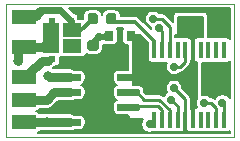
<source format=gbr>
G04 #@! TF.GenerationSoftware,KiCad,Pcbnew,(5.1.5)-2*
G04 #@! TF.CreationDate,2020-03-10T09:13:17+00:00*
G04 #@! TF.ProjectId,loco,6c6f636f-2e6b-4696-9361-645f70636258,rev?*
G04 #@! TF.SameCoordinates,Original*
G04 #@! TF.FileFunction,Copper,L1,Top*
G04 #@! TF.FilePolarity,Positive*
%FSLAX46Y46*%
G04 Gerber Fmt 4.6, Leading zero omitted, Abs format (unit mm)*
G04 Created by KiCad (PCBNEW (5.1.5)-2) date 2020-03-10 09:13:17*
%MOMM*%
%LPD*%
G04 APERTURE LIST*
%ADD10C,0.050000*%
%ADD11C,0.100000*%
%ADD12R,2.000000X1.200000*%
%ADD13R,0.800000X0.900000*%
%ADD14R,1.600000X1.170000*%
%ADD15R,1.600000X1.200000*%
%ADD16R,1.400000X2.520000*%
%ADD17R,0.560000X0.630000*%
%ADD18R,0.450000X1.450000*%
%ADD19C,0.800000*%
%ADD20C,0.700000*%
%ADD21C,0.250000*%
%ADD22C,0.300000*%
%ADD23C,0.800000*%
%ADD24C,0.500000*%
%ADD25C,0.600000*%
%ADD26C,0.200000*%
G04 APERTURE END LIST*
D10*
X114046000Y-90805000D02*
X114046000Y-79502000D01*
X133350000Y-90805000D02*
X114046000Y-90805000D01*
X133350000Y-79502000D02*
X133350000Y-90805000D01*
X114046000Y-79502000D02*
X133350000Y-79502000D01*
G04 #@! TA.AperFunction,SMDPad,CuDef*
D11*
G36*
X132609504Y-80660204D02*
G01*
X132633773Y-80663804D01*
X132657571Y-80669765D01*
X132680671Y-80678030D01*
X132702849Y-80688520D01*
X132723893Y-80701133D01*
X132743598Y-80715747D01*
X132761777Y-80732223D01*
X132778253Y-80750402D01*
X132792867Y-80770107D01*
X132805480Y-80791151D01*
X132815970Y-80813329D01*
X132824235Y-80836429D01*
X132830196Y-80860227D01*
X132833796Y-80884496D01*
X132835000Y-80909000D01*
X132835000Y-82159000D01*
X132833796Y-82183504D01*
X132830196Y-82207773D01*
X132824235Y-82231571D01*
X132815970Y-82254671D01*
X132805480Y-82276849D01*
X132792867Y-82297893D01*
X132778253Y-82317598D01*
X132761777Y-82335777D01*
X132743598Y-82352253D01*
X132723893Y-82366867D01*
X132702849Y-82379480D01*
X132680671Y-82389970D01*
X132657571Y-82398235D01*
X132633773Y-82404196D01*
X132609504Y-82407796D01*
X132585000Y-82409000D01*
X131835000Y-82409000D01*
X131810496Y-82407796D01*
X131786227Y-82404196D01*
X131762429Y-82398235D01*
X131739329Y-82389970D01*
X131717151Y-82379480D01*
X131696107Y-82366867D01*
X131676402Y-82352253D01*
X131658223Y-82335777D01*
X131641747Y-82317598D01*
X131627133Y-82297893D01*
X131614520Y-82276849D01*
X131604030Y-82254671D01*
X131595765Y-82231571D01*
X131589804Y-82207773D01*
X131586204Y-82183504D01*
X131585000Y-82159000D01*
X131585000Y-80909000D01*
X131586204Y-80884496D01*
X131589804Y-80860227D01*
X131595765Y-80836429D01*
X131604030Y-80813329D01*
X131614520Y-80791151D01*
X131627133Y-80770107D01*
X131641747Y-80750402D01*
X131658223Y-80732223D01*
X131676402Y-80715747D01*
X131696107Y-80701133D01*
X131717151Y-80688520D01*
X131739329Y-80678030D01*
X131762429Y-80669765D01*
X131786227Y-80663804D01*
X131810496Y-80660204D01*
X131835000Y-80659000D01*
X132585000Y-80659000D01*
X132609504Y-80660204D01*
G37*
G04 #@! TD.AperFunction*
G04 #@! TA.AperFunction,SMDPad,CuDef*
G36*
X129809504Y-80660204D02*
G01*
X129833773Y-80663804D01*
X129857571Y-80669765D01*
X129880671Y-80678030D01*
X129902849Y-80688520D01*
X129923893Y-80701133D01*
X129943598Y-80715747D01*
X129961777Y-80732223D01*
X129978253Y-80750402D01*
X129992867Y-80770107D01*
X130005480Y-80791151D01*
X130015970Y-80813329D01*
X130024235Y-80836429D01*
X130030196Y-80860227D01*
X130033796Y-80884496D01*
X130035000Y-80909000D01*
X130035000Y-82159000D01*
X130033796Y-82183504D01*
X130030196Y-82207773D01*
X130024235Y-82231571D01*
X130015970Y-82254671D01*
X130005480Y-82276849D01*
X129992867Y-82297893D01*
X129978253Y-82317598D01*
X129961777Y-82335777D01*
X129943598Y-82352253D01*
X129923893Y-82366867D01*
X129902849Y-82379480D01*
X129880671Y-82389970D01*
X129857571Y-82398235D01*
X129833773Y-82404196D01*
X129809504Y-82407796D01*
X129785000Y-82409000D01*
X129035000Y-82409000D01*
X129010496Y-82407796D01*
X128986227Y-82404196D01*
X128962429Y-82398235D01*
X128939329Y-82389970D01*
X128917151Y-82379480D01*
X128896107Y-82366867D01*
X128876402Y-82352253D01*
X128858223Y-82335777D01*
X128841747Y-82317598D01*
X128827133Y-82297893D01*
X128814520Y-82276849D01*
X128804030Y-82254671D01*
X128795765Y-82231571D01*
X128789804Y-82207773D01*
X128786204Y-82183504D01*
X128785000Y-82159000D01*
X128785000Y-80909000D01*
X128786204Y-80884496D01*
X128789804Y-80860227D01*
X128795765Y-80836429D01*
X128804030Y-80813329D01*
X128814520Y-80791151D01*
X128827133Y-80770107D01*
X128841747Y-80750402D01*
X128858223Y-80732223D01*
X128876402Y-80715747D01*
X128896107Y-80701133D01*
X128917151Y-80688520D01*
X128939329Y-80678030D01*
X128962429Y-80669765D01*
X128986227Y-80663804D01*
X129010496Y-80660204D01*
X129035000Y-80659000D01*
X129785000Y-80659000D01*
X129809504Y-80660204D01*
G37*
G04 #@! TD.AperFunction*
G04 #@! TA.AperFunction,SMDPad,CuDef*
G36*
X121689691Y-84171053D02*
G01*
X121710926Y-84174203D01*
X121731750Y-84179419D01*
X121751962Y-84186651D01*
X121771368Y-84195830D01*
X121789781Y-84206866D01*
X121807024Y-84219654D01*
X121822930Y-84234070D01*
X121837346Y-84249976D01*
X121850134Y-84267219D01*
X121861170Y-84285632D01*
X121870349Y-84305038D01*
X121877581Y-84325250D01*
X121882797Y-84346074D01*
X121885947Y-84367309D01*
X121887000Y-84388750D01*
X121887000Y-84826250D01*
X121885947Y-84847691D01*
X121882797Y-84868926D01*
X121877581Y-84889750D01*
X121870349Y-84909962D01*
X121861170Y-84929368D01*
X121850134Y-84947781D01*
X121837346Y-84965024D01*
X121822930Y-84980930D01*
X121807024Y-84995346D01*
X121789781Y-85008134D01*
X121771368Y-85019170D01*
X121751962Y-85028349D01*
X121731750Y-85035581D01*
X121710926Y-85040797D01*
X121689691Y-85043947D01*
X121668250Y-85045000D01*
X121155750Y-85045000D01*
X121134309Y-85043947D01*
X121113074Y-85040797D01*
X121092250Y-85035581D01*
X121072038Y-85028349D01*
X121052632Y-85019170D01*
X121034219Y-85008134D01*
X121016976Y-84995346D01*
X121001070Y-84980930D01*
X120986654Y-84965024D01*
X120973866Y-84947781D01*
X120962830Y-84929368D01*
X120953651Y-84909962D01*
X120946419Y-84889750D01*
X120941203Y-84868926D01*
X120938053Y-84847691D01*
X120937000Y-84826250D01*
X120937000Y-84388750D01*
X120938053Y-84367309D01*
X120941203Y-84346074D01*
X120946419Y-84325250D01*
X120953651Y-84305038D01*
X120962830Y-84285632D01*
X120973866Y-84267219D01*
X120986654Y-84249976D01*
X121001070Y-84234070D01*
X121016976Y-84219654D01*
X121034219Y-84206866D01*
X121052632Y-84195830D01*
X121072038Y-84186651D01*
X121092250Y-84179419D01*
X121113074Y-84174203D01*
X121134309Y-84171053D01*
X121155750Y-84170000D01*
X121668250Y-84170000D01*
X121689691Y-84171053D01*
G37*
G04 #@! TD.AperFunction*
G04 #@! TA.AperFunction,SMDPad,CuDef*
G36*
X121689691Y-82596053D02*
G01*
X121710926Y-82599203D01*
X121731750Y-82604419D01*
X121751962Y-82611651D01*
X121771368Y-82620830D01*
X121789781Y-82631866D01*
X121807024Y-82644654D01*
X121822930Y-82659070D01*
X121837346Y-82674976D01*
X121850134Y-82692219D01*
X121861170Y-82710632D01*
X121870349Y-82730038D01*
X121877581Y-82750250D01*
X121882797Y-82771074D01*
X121885947Y-82792309D01*
X121887000Y-82813750D01*
X121887000Y-83251250D01*
X121885947Y-83272691D01*
X121882797Y-83293926D01*
X121877581Y-83314750D01*
X121870349Y-83334962D01*
X121861170Y-83354368D01*
X121850134Y-83372781D01*
X121837346Y-83390024D01*
X121822930Y-83405930D01*
X121807024Y-83420346D01*
X121789781Y-83433134D01*
X121771368Y-83444170D01*
X121751962Y-83453349D01*
X121731750Y-83460581D01*
X121710926Y-83465797D01*
X121689691Y-83468947D01*
X121668250Y-83470000D01*
X121155750Y-83470000D01*
X121134309Y-83468947D01*
X121113074Y-83465797D01*
X121092250Y-83460581D01*
X121072038Y-83453349D01*
X121052632Y-83444170D01*
X121034219Y-83433134D01*
X121016976Y-83420346D01*
X121001070Y-83405930D01*
X120986654Y-83390024D01*
X120973866Y-83372781D01*
X120962830Y-83354368D01*
X120953651Y-83334962D01*
X120946419Y-83314750D01*
X120941203Y-83293926D01*
X120938053Y-83272691D01*
X120937000Y-83251250D01*
X120937000Y-82813750D01*
X120938053Y-82792309D01*
X120941203Y-82771074D01*
X120946419Y-82750250D01*
X120953651Y-82730038D01*
X120962830Y-82710632D01*
X120973866Y-82692219D01*
X120986654Y-82674976D01*
X121001070Y-82659070D01*
X121016976Y-82644654D01*
X121034219Y-82631866D01*
X121052632Y-82620830D01*
X121072038Y-82611651D01*
X121092250Y-82604419D01*
X121113074Y-82599203D01*
X121134309Y-82596053D01*
X121155750Y-82595000D01*
X121668250Y-82595000D01*
X121689691Y-82596053D01*
G37*
G04 #@! TD.AperFunction*
D12*
X115570000Y-83185000D03*
X115570000Y-85725000D03*
X115570000Y-80645000D03*
X115570000Y-87630000D03*
X115570000Y-89535000D03*
G04 #@! TA.AperFunction,SMDPad,CuDef*
D11*
G36*
X123201691Y-80298053D02*
G01*
X123222926Y-80301203D01*
X123243750Y-80306419D01*
X123263962Y-80313651D01*
X123283368Y-80322830D01*
X123301781Y-80333866D01*
X123319024Y-80346654D01*
X123334930Y-80361070D01*
X123349346Y-80376976D01*
X123362134Y-80394219D01*
X123373170Y-80412632D01*
X123382349Y-80432038D01*
X123389581Y-80452250D01*
X123394797Y-80473074D01*
X123397947Y-80494309D01*
X123399000Y-80515750D01*
X123399000Y-81028250D01*
X123397947Y-81049691D01*
X123394797Y-81070926D01*
X123389581Y-81091750D01*
X123382349Y-81111962D01*
X123373170Y-81131368D01*
X123362134Y-81149781D01*
X123349346Y-81167024D01*
X123334930Y-81182930D01*
X123319024Y-81197346D01*
X123301781Y-81210134D01*
X123283368Y-81221170D01*
X123263962Y-81230349D01*
X123243750Y-81237581D01*
X123222926Y-81242797D01*
X123201691Y-81245947D01*
X123180250Y-81247000D01*
X122742750Y-81247000D01*
X122721309Y-81245947D01*
X122700074Y-81242797D01*
X122679250Y-81237581D01*
X122659038Y-81230349D01*
X122639632Y-81221170D01*
X122621219Y-81210134D01*
X122603976Y-81197346D01*
X122588070Y-81182930D01*
X122573654Y-81167024D01*
X122560866Y-81149781D01*
X122549830Y-81131368D01*
X122540651Y-81111962D01*
X122533419Y-81091750D01*
X122528203Y-81070926D01*
X122525053Y-81049691D01*
X122524000Y-81028250D01*
X122524000Y-80515750D01*
X122525053Y-80494309D01*
X122528203Y-80473074D01*
X122533419Y-80452250D01*
X122540651Y-80432038D01*
X122549830Y-80412632D01*
X122560866Y-80394219D01*
X122573654Y-80376976D01*
X122588070Y-80361070D01*
X122603976Y-80346654D01*
X122621219Y-80333866D01*
X122639632Y-80322830D01*
X122659038Y-80313651D01*
X122679250Y-80306419D01*
X122700074Y-80301203D01*
X122721309Y-80298053D01*
X122742750Y-80297000D01*
X123180250Y-80297000D01*
X123201691Y-80298053D01*
G37*
G04 #@! TD.AperFunction*
G04 #@! TA.AperFunction,SMDPad,CuDef*
G36*
X121626691Y-80298053D02*
G01*
X121647926Y-80301203D01*
X121668750Y-80306419D01*
X121688962Y-80313651D01*
X121708368Y-80322830D01*
X121726781Y-80333866D01*
X121744024Y-80346654D01*
X121759930Y-80361070D01*
X121774346Y-80376976D01*
X121787134Y-80394219D01*
X121798170Y-80412632D01*
X121807349Y-80432038D01*
X121814581Y-80452250D01*
X121819797Y-80473074D01*
X121822947Y-80494309D01*
X121824000Y-80515750D01*
X121824000Y-81028250D01*
X121822947Y-81049691D01*
X121819797Y-81070926D01*
X121814581Y-81091750D01*
X121807349Y-81111962D01*
X121798170Y-81131368D01*
X121787134Y-81149781D01*
X121774346Y-81167024D01*
X121759930Y-81182930D01*
X121744024Y-81197346D01*
X121726781Y-81210134D01*
X121708368Y-81221170D01*
X121688962Y-81230349D01*
X121668750Y-81237581D01*
X121647926Y-81242797D01*
X121626691Y-81245947D01*
X121605250Y-81247000D01*
X121167750Y-81247000D01*
X121146309Y-81245947D01*
X121125074Y-81242797D01*
X121104250Y-81237581D01*
X121084038Y-81230349D01*
X121064632Y-81221170D01*
X121046219Y-81210134D01*
X121028976Y-81197346D01*
X121013070Y-81182930D01*
X120998654Y-81167024D01*
X120985866Y-81149781D01*
X120974830Y-81131368D01*
X120965651Y-81111962D01*
X120958419Y-81091750D01*
X120953203Y-81070926D01*
X120950053Y-81049691D01*
X120949000Y-81028250D01*
X120949000Y-80515750D01*
X120950053Y-80494309D01*
X120953203Y-80473074D01*
X120958419Y-80452250D01*
X120965651Y-80432038D01*
X120974830Y-80412632D01*
X120985866Y-80394219D01*
X120998654Y-80376976D01*
X121013070Y-80361070D01*
X121028976Y-80346654D01*
X121046219Y-80333866D01*
X121064632Y-80322830D01*
X121084038Y-80313651D01*
X121104250Y-80306419D01*
X121125074Y-80301203D01*
X121146309Y-80298053D01*
X121167750Y-80297000D01*
X121605250Y-80297000D01*
X121626691Y-80298053D01*
G37*
G04 #@! TD.AperFunction*
D13*
X123698000Y-84185000D03*
X122748000Y-82185000D03*
X124648000Y-82185000D03*
D14*
X119670000Y-83085000D03*
D15*
X119670000Y-81750000D03*
D16*
X117820000Y-82420000D03*
D17*
X117970000Y-80965000D03*
X119522500Y-80965000D03*
X117970000Y-84135000D03*
X119522500Y-84135000D03*
G04 #@! TA.AperFunction,SMDPad,CuDef*
D11*
G36*
X120284703Y-89235722D02*
G01*
X120299264Y-89237882D01*
X120313543Y-89241459D01*
X120327403Y-89246418D01*
X120340710Y-89252712D01*
X120353336Y-89260280D01*
X120365159Y-89269048D01*
X120376066Y-89278934D01*
X120385952Y-89289841D01*
X120394720Y-89301664D01*
X120402288Y-89314290D01*
X120408582Y-89327597D01*
X120413541Y-89341457D01*
X120417118Y-89355736D01*
X120419278Y-89370297D01*
X120420000Y-89385000D01*
X120420000Y-89685000D01*
X120419278Y-89699703D01*
X120417118Y-89714264D01*
X120413541Y-89728543D01*
X120408582Y-89742403D01*
X120402288Y-89755710D01*
X120394720Y-89768336D01*
X120385952Y-89780159D01*
X120376066Y-89791066D01*
X120365159Y-89800952D01*
X120353336Y-89809720D01*
X120340710Y-89817288D01*
X120327403Y-89823582D01*
X120313543Y-89828541D01*
X120299264Y-89832118D01*
X120284703Y-89834278D01*
X120270000Y-89835000D01*
X118620000Y-89835000D01*
X118605297Y-89834278D01*
X118590736Y-89832118D01*
X118576457Y-89828541D01*
X118562597Y-89823582D01*
X118549290Y-89817288D01*
X118536664Y-89809720D01*
X118524841Y-89800952D01*
X118513934Y-89791066D01*
X118504048Y-89780159D01*
X118495280Y-89768336D01*
X118487712Y-89755710D01*
X118481418Y-89742403D01*
X118476459Y-89728543D01*
X118472882Y-89714264D01*
X118470722Y-89699703D01*
X118470000Y-89685000D01*
X118470000Y-89385000D01*
X118470722Y-89370297D01*
X118472882Y-89355736D01*
X118476459Y-89341457D01*
X118481418Y-89327597D01*
X118487712Y-89314290D01*
X118495280Y-89301664D01*
X118504048Y-89289841D01*
X118513934Y-89278934D01*
X118524841Y-89269048D01*
X118536664Y-89260280D01*
X118549290Y-89252712D01*
X118562597Y-89246418D01*
X118576457Y-89241459D01*
X118590736Y-89237882D01*
X118605297Y-89235722D01*
X118620000Y-89235000D01*
X120270000Y-89235000D01*
X120284703Y-89235722D01*
G37*
G04 #@! TD.AperFunction*
G04 #@! TA.AperFunction,SMDPad,CuDef*
G36*
X120284703Y-87965722D02*
G01*
X120299264Y-87967882D01*
X120313543Y-87971459D01*
X120327403Y-87976418D01*
X120340710Y-87982712D01*
X120353336Y-87990280D01*
X120365159Y-87999048D01*
X120376066Y-88008934D01*
X120385952Y-88019841D01*
X120394720Y-88031664D01*
X120402288Y-88044290D01*
X120408582Y-88057597D01*
X120413541Y-88071457D01*
X120417118Y-88085736D01*
X120419278Y-88100297D01*
X120420000Y-88115000D01*
X120420000Y-88415000D01*
X120419278Y-88429703D01*
X120417118Y-88444264D01*
X120413541Y-88458543D01*
X120408582Y-88472403D01*
X120402288Y-88485710D01*
X120394720Y-88498336D01*
X120385952Y-88510159D01*
X120376066Y-88521066D01*
X120365159Y-88530952D01*
X120353336Y-88539720D01*
X120340710Y-88547288D01*
X120327403Y-88553582D01*
X120313543Y-88558541D01*
X120299264Y-88562118D01*
X120284703Y-88564278D01*
X120270000Y-88565000D01*
X118620000Y-88565000D01*
X118605297Y-88564278D01*
X118590736Y-88562118D01*
X118576457Y-88558541D01*
X118562597Y-88553582D01*
X118549290Y-88547288D01*
X118536664Y-88539720D01*
X118524841Y-88530952D01*
X118513934Y-88521066D01*
X118504048Y-88510159D01*
X118495280Y-88498336D01*
X118487712Y-88485710D01*
X118481418Y-88472403D01*
X118476459Y-88458543D01*
X118472882Y-88444264D01*
X118470722Y-88429703D01*
X118470000Y-88415000D01*
X118470000Y-88115000D01*
X118470722Y-88100297D01*
X118472882Y-88085736D01*
X118476459Y-88071457D01*
X118481418Y-88057597D01*
X118487712Y-88044290D01*
X118495280Y-88031664D01*
X118504048Y-88019841D01*
X118513934Y-88008934D01*
X118524841Y-87999048D01*
X118536664Y-87990280D01*
X118549290Y-87982712D01*
X118562597Y-87976418D01*
X118576457Y-87971459D01*
X118590736Y-87967882D01*
X118605297Y-87965722D01*
X118620000Y-87965000D01*
X120270000Y-87965000D01*
X120284703Y-87965722D01*
G37*
G04 #@! TD.AperFunction*
G04 #@! TA.AperFunction,SMDPad,CuDef*
G36*
X120284703Y-86695722D02*
G01*
X120299264Y-86697882D01*
X120313543Y-86701459D01*
X120327403Y-86706418D01*
X120340710Y-86712712D01*
X120353336Y-86720280D01*
X120365159Y-86729048D01*
X120376066Y-86738934D01*
X120385952Y-86749841D01*
X120394720Y-86761664D01*
X120402288Y-86774290D01*
X120408582Y-86787597D01*
X120413541Y-86801457D01*
X120417118Y-86815736D01*
X120419278Y-86830297D01*
X120420000Y-86845000D01*
X120420000Y-87145000D01*
X120419278Y-87159703D01*
X120417118Y-87174264D01*
X120413541Y-87188543D01*
X120408582Y-87202403D01*
X120402288Y-87215710D01*
X120394720Y-87228336D01*
X120385952Y-87240159D01*
X120376066Y-87251066D01*
X120365159Y-87260952D01*
X120353336Y-87269720D01*
X120340710Y-87277288D01*
X120327403Y-87283582D01*
X120313543Y-87288541D01*
X120299264Y-87292118D01*
X120284703Y-87294278D01*
X120270000Y-87295000D01*
X118620000Y-87295000D01*
X118605297Y-87294278D01*
X118590736Y-87292118D01*
X118576457Y-87288541D01*
X118562597Y-87283582D01*
X118549290Y-87277288D01*
X118536664Y-87269720D01*
X118524841Y-87260952D01*
X118513934Y-87251066D01*
X118504048Y-87240159D01*
X118495280Y-87228336D01*
X118487712Y-87215710D01*
X118481418Y-87202403D01*
X118476459Y-87188543D01*
X118472882Y-87174264D01*
X118470722Y-87159703D01*
X118470000Y-87145000D01*
X118470000Y-86845000D01*
X118470722Y-86830297D01*
X118472882Y-86815736D01*
X118476459Y-86801457D01*
X118481418Y-86787597D01*
X118487712Y-86774290D01*
X118495280Y-86761664D01*
X118504048Y-86749841D01*
X118513934Y-86738934D01*
X118524841Y-86729048D01*
X118536664Y-86720280D01*
X118549290Y-86712712D01*
X118562597Y-86706418D01*
X118576457Y-86701459D01*
X118590736Y-86697882D01*
X118605297Y-86695722D01*
X118620000Y-86695000D01*
X120270000Y-86695000D01*
X120284703Y-86695722D01*
G37*
G04 #@! TD.AperFunction*
G04 #@! TA.AperFunction,SMDPad,CuDef*
G36*
X120284703Y-85425722D02*
G01*
X120299264Y-85427882D01*
X120313543Y-85431459D01*
X120327403Y-85436418D01*
X120340710Y-85442712D01*
X120353336Y-85450280D01*
X120365159Y-85459048D01*
X120376066Y-85468934D01*
X120385952Y-85479841D01*
X120394720Y-85491664D01*
X120402288Y-85504290D01*
X120408582Y-85517597D01*
X120413541Y-85531457D01*
X120417118Y-85545736D01*
X120419278Y-85560297D01*
X120420000Y-85575000D01*
X120420000Y-85875000D01*
X120419278Y-85889703D01*
X120417118Y-85904264D01*
X120413541Y-85918543D01*
X120408582Y-85932403D01*
X120402288Y-85945710D01*
X120394720Y-85958336D01*
X120385952Y-85970159D01*
X120376066Y-85981066D01*
X120365159Y-85990952D01*
X120353336Y-85999720D01*
X120340710Y-86007288D01*
X120327403Y-86013582D01*
X120313543Y-86018541D01*
X120299264Y-86022118D01*
X120284703Y-86024278D01*
X120270000Y-86025000D01*
X118620000Y-86025000D01*
X118605297Y-86024278D01*
X118590736Y-86022118D01*
X118576457Y-86018541D01*
X118562597Y-86013582D01*
X118549290Y-86007288D01*
X118536664Y-85999720D01*
X118524841Y-85990952D01*
X118513934Y-85981066D01*
X118504048Y-85970159D01*
X118495280Y-85958336D01*
X118487712Y-85945710D01*
X118481418Y-85932403D01*
X118476459Y-85918543D01*
X118472882Y-85904264D01*
X118470722Y-85889703D01*
X118470000Y-85875000D01*
X118470000Y-85575000D01*
X118470722Y-85560297D01*
X118472882Y-85545736D01*
X118476459Y-85531457D01*
X118481418Y-85517597D01*
X118487712Y-85504290D01*
X118495280Y-85491664D01*
X118504048Y-85479841D01*
X118513934Y-85468934D01*
X118524841Y-85459048D01*
X118536664Y-85450280D01*
X118549290Y-85442712D01*
X118562597Y-85436418D01*
X118576457Y-85431459D01*
X118590736Y-85427882D01*
X118605297Y-85425722D01*
X118620000Y-85425000D01*
X120270000Y-85425000D01*
X120284703Y-85425722D01*
G37*
G04 #@! TD.AperFunction*
G04 #@! TA.AperFunction,SMDPad,CuDef*
G36*
X125234703Y-85425722D02*
G01*
X125249264Y-85427882D01*
X125263543Y-85431459D01*
X125277403Y-85436418D01*
X125290710Y-85442712D01*
X125303336Y-85450280D01*
X125315159Y-85459048D01*
X125326066Y-85468934D01*
X125335952Y-85479841D01*
X125344720Y-85491664D01*
X125352288Y-85504290D01*
X125358582Y-85517597D01*
X125363541Y-85531457D01*
X125367118Y-85545736D01*
X125369278Y-85560297D01*
X125370000Y-85575000D01*
X125370000Y-85875000D01*
X125369278Y-85889703D01*
X125367118Y-85904264D01*
X125363541Y-85918543D01*
X125358582Y-85932403D01*
X125352288Y-85945710D01*
X125344720Y-85958336D01*
X125335952Y-85970159D01*
X125326066Y-85981066D01*
X125315159Y-85990952D01*
X125303336Y-85999720D01*
X125290710Y-86007288D01*
X125277403Y-86013582D01*
X125263543Y-86018541D01*
X125249264Y-86022118D01*
X125234703Y-86024278D01*
X125220000Y-86025000D01*
X123570000Y-86025000D01*
X123555297Y-86024278D01*
X123540736Y-86022118D01*
X123526457Y-86018541D01*
X123512597Y-86013582D01*
X123499290Y-86007288D01*
X123486664Y-85999720D01*
X123474841Y-85990952D01*
X123463934Y-85981066D01*
X123454048Y-85970159D01*
X123445280Y-85958336D01*
X123437712Y-85945710D01*
X123431418Y-85932403D01*
X123426459Y-85918543D01*
X123422882Y-85904264D01*
X123420722Y-85889703D01*
X123420000Y-85875000D01*
X123420000Y-85575000D01*
X123420722Y-85560297D01*
X123422882Y-85545736D01*
X123426459Y-85531457D01*
X123431418Y-85517597D01*
X123437712Y-85504290D01*
X123445280Y-85491664D01*
X123454048Y-85479841D01*
X123463934Y-85468934D01*
X123474841Y-85459048D01*
X123486664Y-85450280D01*
X123499290Y-85442712D01*
X123512597Y-85436418D01*
X123526457Y-85431459D01*
X123540736Y-85427882D01*
X123555297Y-85425722D01*
X123570000Y-85425000D01*
X125220000Y-85425000D01*
X125234703Y-85425722D01*
G37*
G04 #@! TD.AperFunction*
G04 #@! TA.AperFunction,SMDPad,CuDef*
G36*
X125234703Y-86695722D02*
G01*
X125249264Y-86697882D01*
X125263543Y-86701459D01*
X125277403Y-86706418D01*
X125290710Y-86712712D01*
X125303336Y-86720280D01*
X125315159Y-86729048D01*
X125326066Y-86738934D01*
X125335952Y-86749841D01*
X125344720Y-86761664D01*
X125352288Y-86774290D01*
X125358582Y-86787597D01*
X125363541Y-86801457D01*
X125367118Y-86815736D01*
X125369278Y-86830297D01*
X125370000Y-86845000D01*
X125370000Y-87145000D01*
X125369278Y-87159703D01*
X125367118Y-87174264D01*
X125363541Y-87188543D01*
X125358582Y-87202403D01*
X125352288Y-87215710D01*
X125344720Y-87228336D01*
X125335952Y-87240159D01*
X125326066Y-87251066D01*
X125315159Y-87260952D01*
X125303336Y-87269720D01*
X125290710Y-87277288D01*
X125277403Y-87283582D01*
X125263543Y-87288541D01*
X125249264Y-87292118D01*
X125234703Y-87294278D01*
X125220000Y-87295000D01*
X123570000Y-87295000D01*
X123555297Y-87294278D01*
X123540736Y-87292118D01*
X123526457Y-87288541D01*
X123512597Y-87283582D01*
X123499290Y-87277288D01*
X123486664Y-87269720D01*
X123474841Y-87260952D01*
X123463934Y-87251066D01*
X123454048Y-87240159D01*
X123445280Y-87228336D01*
X123437712Y-87215710D01*
X123431418Y-87202403D01*
X123426459Y-87188543D01*
X123422882Y-87174264D01*
X123420722Y-87159703D01*
X123420000Y-87145000D01*
X123420000Y-86845000D01*
X123420722Y-86830297D01*
X123422882Y-86815736D01*
X123426459Y-86801457D01*
X123431418Y-86787597D01*
X123437712Y-86774290D01*
X123445280Y-86761664D01*
X123454048Y-86749841D01*
X123463934Y-86738934D01*
X123474841Y-86729048D01*
X123486664Y-86720280D01*
X123499290Y-86712712D01*
X123512597Y-86706418D01*
X123526457Y-86701459D01*
X123540736Y-86697882D01*
X123555297Y-86695722D01*
X123570000Y-86695000D01*
X125220000Y-86695000D01*
X125234703Y-86695722D01*
G37*
G04 #@! TD.AperFunction*
G04 #@! TA.AperFunction,SMDPad,CuDef*
G36*
X125234703Y-87965722D02*
G01*
X125249264Y-87967882D01*
X125263543Y-87971459D01*
X125277403Y-87976418D01*
X125290710Y-87982712D01*
X125303336Y-87990280D01*
X125315159Y-87999048D01*
X125326066Y-88008934D01*
X125335952Y-88019841D01*
X125344720Y-88031664D01*
X125352288Y-88044290D01*
X125358582Y-88057597D01*
X125363541Y-88071457D01*
X125367118Y-88085736D01*
X125369278Y-88100297D01*
X125370000Y-88115000D01*
X125370000Y-88415000D01*
X125369278Y-88429703D01*
X125367118Y-88444264D01*
X125363541Y-88458543D01*
X125358582Y-88472403D01*
X125352288Y-88485710D01*
X125344720Y-88498336D01*
X125335952Y-88510159D01*
X125326066Y-88521066D01*
X125315159Y-88530952D01*
X125303336Y-88539720D01*
X125290710Y-88547288D01*
X125277403Y-88553582D01*
X125263543Y-88558541D01*
X125249264Y-88562118D01*
X125234703Y-88564278D01*
X125220000Y-88565000D01*
X123570000Y-88565000D01*
X123555297Y-88564278D01*
X123540736Y-88562118D01*
X123526457Y-88558541D01*
X123512597Y-88553582D01*
X123499290Y-88547288D01*
X123486664Y-88539720D01*
X123474841Y-88530952D01*
X123463934Y-88521066D01*
X123454048Y-88510159D01*
X123445280Y-88498336D01*
X123437712Y-88485710D01*
X123431418Y-88472403D01*
X123426459Y-88458543D01*
X123422882Y-88444264D01*
X123420722Y-88429703D01*
X123420000Y-88415000D01*
X123420000Y-88115000D01*
X123420722Y-88100297D01*
X123422882Y-88085736D01*
X123426459Y-88071457D01*
X123431418Y-88057597D01*
X123437712Y-88044290D01*
X123445280Y-88031664D01*
X123454048Y-88019841D01*
X123463934Y-88008934D01*
X123474841Y-87999048D01*
X123486664Y-87990280D01*
X123499290Y-87982712D01*
X123512597Y-87976418D01*
X123526457Y-87971459D01*
X123540736Y-87967882D01*
X123555297Y-87965722D01*
X123570000Y-87965000D01*
X125220000Y-87965000D01*
X125234703Y-87965722D01*
G37*
G04 #@! TD.AperFunction*
G04 #@! TA.AperFunction,SMDPad,CuDef*
G36*
X125234703Y-89235722D02*
G01*
X125249264Y-89237882D01*
X125263543Y-89241459D01*
X125277403Y-89246418D01*
X125290710Y-89252712D01*
X125303336Y-89260280D01*
X125315159Y-89269048D01*
X125326066Y-89278934D01*
X125335952Y-89289841D01*
X125344720Y-89301664D01*
X125352288Y-89314290D01*
X125358582Y-89327597D01*
X125363541Y-89341457D01*
X125367118Y-89355736D01*
X125369278Y-89370297D01*
X125370000Y-89385000D01*
X125370000Y-89685000D01*
X125369278Y-89699703D01*
X125367118Y-89714264D01*
X125363541Y-89728543D01*
X125358582Y-89742403D01*
X125352288Y-89755710D01*
X125344720Y-89768336D01*
X125335952Y-89780159D01*
X125326066Y-89791066D01*
X125315159Y-89800952D01*
X125303336Y-89809720D01*
X125290710Y-89817288D01*
X125277403Y-89823582D01*
X125263543Y-89828541D01*
X125249264Y-89832118D01*
X125234703Y-89834278D01*
X125220000Y-89835000D01*
X123570000Y-89835000D01*
X123555297Y-89834278D01*
X123540736Y-89832118D01*
X123526457Y-89828541D01*
X123512597Y-89823582D01*
X123499290Y-89817288D01*
X123486664Y-89809720D01*
X123474841Y-89800952D01*
X123463934Y-89791066D01*
X123454048Y-89780159D01*
X123445280Y-89768336D01*
X123437712Y-89755710D01*
X123431418Y-89742403D01*
X123426459Y-89728543D01*
X123422882Y-89714264D01*
X123420722Y-89699703D01*
X123420000Y-89685000D01*
X123420000Y-89385000D01*
X123420722Y-89370297D01*
X123422882Y-89355736D01*
X123426459Y-89341457D01*
X123431418Y-89327597D01*
X123437712Y-89314290D01*
X123445280Y-89301664D01*
X123454048Y-89289841D01*
X123463934Y-89278934D01*
X123474841Y-89269048D01*
X123486664Y-89260280D01*
X123499290Y-89252712D01*
X123512597Y-89246418D01*
X123526457Y-89241459D01*
X123540736Y-89237882D01*
X123555297Y-89235722D01*
X123570000Y-89235000D01*
X125220000Y-89235000D01*
X125234703Y-89235722D01*
G37*
G04 #@! TD.AperFunction*
G04 #@! TA.AperFunction,SMDPad,CuDef*
G36*
X122899506Y-85981204D02*
G01*
X122923774Y-85984804D01*
X122947573Y-85990765D01*
X122970672Y-85999030D01*
X122992850Y-86009519D01*
X123013893Y-86022132D01*
X123033599Y-86036747D01*
X123051777Y-86053223D01*
X123068253Y-86071401D01*
X123082868Y-86091107D01*
X123095481Y-86112150D01*
X123105970Y-86134328D01*
X123114235Y-86157427D01*
X123120196Y-86181226D01*
X123123796Y-86205494D01*
X123125000Y-86229998D01*
X123125000Y-89030002D01*
X123123796Y-89054506D01*
X123120196Y-89078774D01*
X123114235Y-89102573D01*
X123105970Y-89125672D01*
X123095481Y-89147850D01*
X123082868Y-89168893D01*
X123068253Y-89188599D01*
X123051777Y-89206777D01*
X123033599Y-89223253D01*
X123013893Y-89237868D01*
X122992850Y-89250481D01*
X122970672Y-89260970D01*
X122947573Y-89269235D01*
X122923774Y-89275196D01*
X122899506Y-89278796D01*
X122875002Y-89280000D01*
X120964998Y-89280000D01*
X120940494Y-89278796D01*
X120916226Y-89275196D01*
X120892427Y-89269235D01*
X120869328Y-89260970D01*
X120847150Y-89250481D01*
X120826107Y-89237868D01*
X120806401Y-89223253D01*
X120788223Y-89206777D01*
X120771747Y-89188599D01*
X120757132Y-89168893D01*
X120744519Y-89147850D01*
X120734030Y-89125672D01*
X120725765Y-89102573D01*
X120719804Y-89078774D01*
X120716204Y-89054506D01*
X120715000Y-89030002D01*
X120715000Y-86229998D01*
X120716204Y-86205494D01*
X120719804Y-86181226D01*
X120725765Y-86157427D01*
X120734030Y-86134328D01*
X120744519Y-86112150D01*
X120757132Y-86091107D01*
X120771747Y-86071401D01*
X120788223Y-86053223D01*
X120806401Y-86036747D01*
X120826107Y-86022132D01*
X120847150Y-86009519D01*
X120869328Y-85999030D01*
X120892427Y-85990765D01*
X120916226Y-85984804D01*
X120940494Y-85981204D01*
X120964998Y-85980000D01*
X122875002Y-85980000D01*
X122899506Y-85981204D01*
G37*
G04 #@! TD.AperFunction*
D18*
X132465000Y-89310000D03*
X131815000Y-89310000D03*
X131165000Y-89310000D03*
X130515000Y-89310000D03*
X129865000Y-89310000D03*
X129215000Y-89310000D03*
X128565000Y-89310000D03*
X127915000Y-89310000D03*
X127265000Y-89310000D03*
X126615000Y-89310000D03*
X126615000Y-83410000D03*
X127265000Y-83410000D03*
X127915000Y-83410000D03*
X128565000Y-83410000D03*
X129215000Y-83410000D03*
X129865000Y-83410000D03*
X130515000Y-83410000D03*
X131165000Y-83410000D03*
X131815000Y-83410000D03*
X132465000Y-83410000D03*
D19*
X122682000Y-83820000D03*
X122555000Y-88900000D03*
D20*
X128270000Y-86614000D03*
D19*
X122555000Y-85344000D03*
D20*
X131318000Y-85598000D03*
X127762000Y-80264000D03*
X124460000Y-80264000D03*
D19*
X115062000Y-84328000D03*
D20*
X121920000Y-82296000D03*
D19*
X117601996Y-85598000D03*
D20*
X129286000Y-86106000D03*
X125476000Y-83820000D03*
X132362248Y-87859453D03*
X130810000Y-87884000D03*
X128270000Y-84836000D03*
D19*
X117475000Y-89535000D03*
X117475000Y-87630000D03*
D20*
X126211962Y-89698739D03*
X128016003Y-87630003D03*
X127000000Y-81534000D03*
X126492000Y-80772000D03*
D21*
X129215000Y-87559000D02*
X128270000Y-86614000D01*
X129215000Y-89310000D02*
X129215000Y-87559000D01*
D22*
X127787500Y-80238500D02*
X127762000Y-80264000D01*
D21*
X119522500Y-81602500D02*
X119670000Y-81750000D01*
X119522500Y-80965000D02*
X119522500Y-81602500D01*
D23*
X116586000Y-80518000D02*
X116954000Y-80150000D01*
D24*
X115697000Y-80518000D02*
X115570000Y-80645000D01*
X116586000Y-80518000D02*
X115697000Y-80518000D01*
D25*
X116954000Y-80150000D02*
X117076990Y-80027010D01*
X118584510Y-80027010D02*
X119522500Y-80965000D01*
X117076990Y-80027010D02*
X118584510Y-80027010D01*
D22*
X120408500Y-81750000D02*
X119670000Y-81750000D01*
X121386500Y-80772000D02*
X120408500Y-81750000D01*
D21*
X117970000Y-82270000D02*
X117820000Y-82420000D01*
X117970000Y-80965000D02*
X117970000Y-82270000D01*
D24*
X117055000Y-83185000D02*
X117820000Y-82420000D01*
D23*
X115570000Y-83185000D02*
X117055000Y-83185000D01*
D24*
X115062000Y-83693000D02*
X115570000Y-83185000D01*
D23*
X115062000Y-84328000D02*
X115062000Y-83693000D01*
X117728996Y-85725000D02*
X117601996Y-85598000D01*
X119445000Y-85725000D02*
X117728996Y-85725000D01*
D24*
X122605000Y-82042000D02*
X122748000Y-82185000D01*
X121412000Y-82804000D02*
X121920000Y-82296000D01*
X121412000Y-83032500D02*
X121412000Y-82804000D01*
X122637000Y-82296000D02*
X122748000Y-82185000D01*
X121920000Y-82296000D02*
X122637000Y-82296000D01*
X117970000Y-84135000D02*
X117795000Y-84135000D01*
D23*
X116586000Y-84836000D02*
X116459000Y-84836000D01*
X116459000Y-84836000D02*
X115570000Y-85725000D01*
X117602000Y-84328000D02*
X117094000Y-84328000D01*
X117094000Y-84328000D02*
X116586000Y-84836000D01*
D21*
X124841000Y-85725000D02*
X124395000Y-85725000D01*
D22*
X129865000Y-89310000D02*
X129865000Y-83410000D01*
X125476000Y-83013000D02*
X124648000Y-82185000D01*
X125476000Y-83820000D02*
X125476000Y-83013000D01*
X126615000Y-82673000D02*
X126615000Y-83410000D01*
X124968000Y-81026000D02*
X126615000Y-82673000D01*
X122961500Y-80772000D02*
X123215500Y-81026000D01*
X123215500Y-81026000D02*
X124968000Y-81026000D01*
D21*
X132465000Y-89310000D02*
X132465000Y-87962205D01*
X132465000Y-87962205D02*
X132362248Y-87859453D01*
X131364000Y-87884000D02*
X130810000Y-87884000D01*
X131815000Y-88335000D02*
X131364000Y-87884000D01*
X131815000Y-89310000D02*
X131815000Y-88335000D01*
X128764000Y-84836000D02*
X128270000Y-84836000D01*
X129215000Y-84385000D02*
X128764000Y-84836000D01*
X129215000Y-83410000D02*
X129215000Y-84385000D01*
D23*
X115570000Y-89535000D02*
X117475000Y-89535000D01*
X119445000Y-89535000D02*
X117475000Y-89535000D01*
X115570000Y-87630000D02*
X117475000Y-87630000D01*
X118110000Y-86995000D02*
X117475000Y-87630000D01*
X119445000Y-86995000D02*
X118110000Y-86995000D01*
D21*
X125105500Y-86995000D02*
X124395000Y-86995000D01*
X127016998Y-87630000D02*
X125740500Y-87630000D01*
X125740500Y-87630000D02*
X125105500Y-86995000D01*
X127915000Y-89310000D02*
X127915000Y-88528002D01*
X127915000Y-88528002D02*
X127016998Y-87630000D01*
X124522000Y-88138000D02*
X124395000Y-88265000D01*
X127265000Y-89310000D02*
X127265000Y-88514413D01*
X126888587Y-88138000D02*
X124522000Y-88138000D01*
X127265000Y-88514413D02*
X126888587Y-88138000D01*
X126600700Y-89310000D02*
X126561961Y-89348740D01*
X126615000Y-89310000D02*
X126600700Y-89310000D01*
X126561961Y-89348740D02*
X126211962Y-89698739D01*
X128565000Y-89310000D02*
X128565000Y-88179000D01*
X128565000Y-88179000D02*
X128016003Y-87630003D01*
X127265000Y-83410000D02*
X127265000Y-81799000D01*
X127265000Y-81799000D02*
X127000000Y-81534000D01*
X127254000Y-80772000D02*
X126492000Y-80772000D01*
X127915000Y-83410000D02*
X127915000Y-81433000D01*
X127915000Y-81433000D02*
X127254000Y-80772000D01*
D26*
G36*
X123952236Y-81537377D02*
G01*
X123919365Y-81598875D01*
X123899123Y-81665604D01*
X123892288Y-81735000D01*
X123892288Y-82635000D01*
X123899123Y-82704396D01*
X123919365Y-82771125D01*
X123952236Y-82832623D01*
X123996474Y-82886526D01*
X124050377Y-82930764D01*
X124111875Y-82963635D01*
X124178604Y-82983877D01*
X124248000Y-82990712D01*
X124360000Y-82990712D01*
X124360000Y-85069288D01*
X123570000Y-85069288D01*
X123471340Y-85079005D01*
X123376472Y-85107783D01*
X123289041Y-85154516D01*
X123212408Y-85217408D01*
X123149516Y-85294041D01*
X123102783Y-85381472D01*
X123074005Y-85476340D01*
X123064288Y-85575000D01*
X123064288Y-85875000D01*
X123074005Y-85973660D01*
X123102783Y-86068528D01*
X123149516Y-86155959D01*
X123212408Y-86232592D01*
X123289041Y-86295484D01*
X123376472Y-86342217D01*
X123435094Y-86360000D01*
X123376472Y-86377783D01*
X123289041Y-86424516D01*
X123212408Y-86487408D01*
X123149516Y-86564041D01*
X123102783Y-86651472D01*
X123074005Y-86746340D01*
X123064288Y-86845000D01*
X123064288Y-87145000D01*
X123074005Y-87243660D01*
X123102783Y-87338528D01*
X123149516Y-87425959D01*
X123212408Y-87502592D01*
X123289041Y-87565484D01*
X123376472Y-87612217D01*
X123435094Y-87630000D01*
X123376472Y-87647783D01*
X123289041Y-87694516D01*
X123212408Y-87757408D01*
X123149516Y-87834041D01*
X123102783Y-87921472D01*
X123074005Y-88016340D01*
X123064288Y-88115000D01*
X123064288Y-88415000D01*
X123074005Y-88513660D01*
X123102783Y-88608528D01*
X123149516Y-88695959D01*
X123212408Y-88772592D01*
X123289041Y-88835484D01*
X123376472Y-88882217D01*
X123471340Y-88910995D01*
X123570000Y-88920712D01*
X124362040Y-88920712D01*
X124366802Y-88969062D01*
X124386947Y-89035470D01*
X124419660Y-89096672D01*
X124463684Y-89150316D01*
X124517328Y-89194340D01*
X124578530Y-89227053D01*
X124644938Y-89247198D01*
X124714000Y-89254000D01*
X125662434Y-89254000D01*
X125588086Y-89365270D01*
X125535017Y-89493390D01*
X125507962Y-89629401D01*
X125507962Y-89768077D01*
X125535017Y-89904088D01*
X125588086Y-90032208D01*
X125665130Y-90147513D01*
X125763188Y-90245571D01*
X125878493Y-90322615D01*
X126006613Y-90375684D01*
X126142624Y-90402739D01*
X126281300Y-90402739D01*
X126357737Y-90387534D01*
X126390000Y-90390712D01*
X126840000Y-90390712D01*
X126909396Y-90383877D01*
X126940000Y-90374593D01*
X126970604Y-90383877D01*
X127040000Y-90390712D01*
X127490000Y-90390712D01*
X127559396Y-90383877D01*
X127590000Y-90374593D01*
X127620604Y-90383877D01*
X127690000Y-90390712D01*
X128140000Y-90390712D01*
X128209396Y-90383877D01*
X128240000Y-90374593D01*
X128270604Y-90383877D01*
X128340000Y-90390712D01*
X128790000Y-90390712D01*
X128859396Y-90383877D01*
X128926125Y-90363635D01*
X128987623Y-90330764D01*
X129041526Y-90286526D01*
X129085764Y-90232623D01*
X129118635Y-90171125D01*
X129138877Y-90104396D01*
X129145712Y-90035000D01*
X129145712Y-89254000D01*
X129284288Y-89254000D01*
X129284288Y-90035000D01*
X129291123Y-90104396D01*
X129311365Y-90171125D01*
X129344236Y-90232623D01*
X129388474Y-90286526D01*
X129442377Y-90330764D01*
X129503875Y-90363635D01*
X129570604Y-90383877D01*
X129640000Y-90390712D01*
X130090000Y-90390712D01*
X130159396Y-90383877D01*
X130190000Y-90374593D01*
X130220604Y-90383877D01*
X130290000Y-90390712D01*
X130740000Y-90390712D01*
X130809396Y-90383877D01*
X130840000Y-90374593D01*
X130870604Y-90383877D01*
X130940000Y-90390712D01*
X131390000Y-90390712D01*
X131459396Y-90383877D01*
X131490000Y-90374593D01*
X131520604Y-90383877D01*
X131590000Y-90390712D01*
X132040000Y-90390712D01*
X132109396Y-90383877D01*
X132140000Y-90374593D01*
X132170604Y-90383877D01*
X132240000Y-90390712D01*
X132690000Y-90390712D01*
X132759396Y-90383877D01*
X132826125Y-90363635D01*
X132887623Y-90330764D01*
X132941526Y-90286526D01*
X132971001Y-90250611D01*
X132971001Y-90426000D01*
X116773428Y-90426000D01*
X116821526Y-90386526D01*
X116865764Y-90332623D01*
X116889081Y-90289000D01*
X119482039Y-90289000D01*
X119592810Y-90278090D01*
X119734939Y-90234975D01*
X119817750Y-90190712D01*
X120270000Y-90190712D01*
X120368660Y-90180995D01*
X120463528Y-90152217D01*
X120550959Y-90105484D01*
X120627592Y-90042592D01*
X120690484Y-89965959D01*
X120737217Y-89878528D01*
X120765995Y-89783660D01*
X120775712Y-89685000D01*
X120775712Y-89385000D01*
X120765995Y-89286340D01*
X120737217Y-89191472D01*
X120690484Y-89104041D01*
X120627592Y-89027408D01*
X120550959Y-88964516D01*
X120463528Y-88917783D01*
X120368660Y-88889005D01*
X120270000Y-88879288D01*
X119817750Y-88879288D01*
X119734939Y-88835025D01*
X119592810Y-88791910D01*
X119482039Y-88781000D01*
X116889081Y-88781000D01*
X116865764Y-88737377D01*
X116821526Y-88683474D01*
X116767623Y-88639236D01*
X116706125Y-88606365D01*
X116639396Y-88586123D01*
X116602612Y-88582500D01*
X116639396Y-88578877D01*
X116706125Y-88558635D01*
X116767623Y-88525764D01*
X116821526Y-88481526D01*
X116865764Y-88427623D01*
X116889081Y-88384000D01*
X117437969Y-88384000D01*
X117475000Y-88387647D01*
X117512031Y-88384000D01*
X117549262Y-88384000D01*
X117585770Y-88376738D01*
X117622810Y-88373090D01*
X117658425Y-88362286D01*
X117694934Y-88355024D01*
X117729327Y-88340778D01*
X117764939Y-88329975D01*
X117797759Y-88312432D01*
X117832153Y-88298186D01*
X117863105Y-88277505D01*
X117895927Y-88259961D01*
X117924697Y-88236350D01*
X117955647Y-88215670D01*
X117981968Y-88189349D01*
X118010738Y-88165738D01*
X118034349Y-88136968D01*
X118060670Y-88110647D01*
X118060672Y-88110644D01*
X118422317Y-87749000D01*
X119482039Y-87749000D01*
X119592810Y-87738090D01*
X119734939Y-87694975D01*
X119817750Y-87650712D01*
X120270000Y-87650712D01*
X120368660Y-87640995D01*
X120463528Y-87612217D01*
X120550959Y-87565484D01*
X120627592Y-87502592D01*
X120690484Y-87425959D01*
X120737217Y-87338528D01*
X120765995Y-87243660D01*
X120775712Y-87145000D01*
X120775712Y-86845000D01*
X120765995Y-86746340D01*
X120737217Y-86651472D01*
X120690484Y-86564041D01*
X120627592Y-86487408D01*
X120550959Y-86424516D01*
X120463528Y-86377783D01*
X120404906Y-86360000D01*
X120463528Y-86342217D01*
X120550959Y-86295484D01*
X120627592Y-86232592D01*
X120690484Y-86155959D01*
X120737217Y-86068528D01*
X120765995Y-85973660D01*
X120775712Y-85875000D01*
X120775712Y-85575000D01*
X120765995Y-85476340D01*
X120737217Y-85381472D01*
X120690484Y-85294041D01*
X120627592Y-85217408D01*
X120550959Y-85154516D01*
X120463528Y-85107783D01*
X120368660Y-85079005D01*
X120270000Y-85069288D01*
X119817750Y-85069288D01*
X119734939Y-85025025D01*
X119592810Y-84981910D01*
X119482039Y-84971000D01*
X118026530Y-84971000D01*
X118022922Y-84968039D01*
X118013497Y-84963001D01*
X118022927Y-84957961D01*
X118137738Y-84863738D01*
X118185359Y-84805712D01*
X118250000Y-84805712D01*
X118319396Y-84798877D01*
X118386125Y-84778635D01*
X118447623Y-84745764D01*
X118501526Y-84701526D01*
X118545764Y-84647623D01*
X118578635Y-84586125D01*
X118598877Y-84519396D01*
X118605712Y-84450000D01*
X118605712Y-84023928D01*
X118656125Y-84008635D01*
X118704354Y-83982856D01*
X118733875Y-83998635D01*
X118800604Y-84018877D01*
X118870000Y-84025712D01*
X120470000Y-84025712D01*
X120539396Y-84018877D01*
X120606125Y-83998635D01*
X120667623Y-83965764D01*
X120721526Y-83921526D01*
X120765764Y-83867623D01*
X120798635Y-83806125D01*
X120818877Y-83739396D01*
X120821159Y-83716229D01*
X120836596Y-83728898D01*
X120935913Y-83781984D01*
X121043678Y-83814674D01*
X121155750Y-83825712D01*
X121668250Y-83825712D01*
X121780322Y-83814674D01*
X121888087Y-83781984D01*
X121987404Y-83728898D01*
X122074456Y-83657456D01*
X122145898Y-83570404D01*
X122198984Y-83471087D01*
X122231674Y-83363322D01*
X122242712Y-83251250D01*
X122242712Y-82972989D01*
X122278604Y-82983877D01*
X122348000Y-82990712D01*
X123148000Y-82990712D01*
X123217396Y-82983877D01*
X123284125Y-82963635D01*
X123345623Y-82930764D01*
X123399526Y-82886526D01*
X123443764Y-82832623D01*
X123476635Y-82771125D01*
X123496877Y-82704396D01*
X123503712Y-82635000D01*
X123503712Y-81735000D01*
X123496877Y-81665604D01*
X123476635Y-81598875D01*
X123443764Y-81537377D01*
X123442772Y-81536168D01*
X123454312Y-81530000D01*
X123958290Y-81530000D01*
X123952236Y-81537377D01*
G37*
X123952236Y-81537377D02*
X123919365Y-81598875D01*
X123899123Y-81665604D01*
X123892288Y-81735000D01*
X123892288Y-82635000D01*
X123899123Y-82704396D01*
X123919365Y-82771125D01*
X123952236Y-82832623D01*
X123996474Y-82886526D01*
X124050377Y-82930764D01*
X124111875Y-82963635D01*
X124178604Y-82983877D01*
X124248000Y-82990712D01*
X124360000Y-82990712D01*
X124360000Y-85069288D01*
X123570000Y-85069288D01*
X123471340Y-85079005D01*
X123376472Y-85107783D01*
X123289041Y-85154516D01*
X123212408Y-85217408D01*
X123149516Y-85294041D01*
X123102783Y-85381472D01*
X123074005Y-85476340D01*
X123064288Y-85575000D01*
X123064288Y-85875000D01*
X123074005Y-85973660D01*
X123102783Y-86068528D01*
X123149516Y-86155959D01*
X123212408Y-86232592D01*
X123289041Y-86295484D01*
X123376472Y-86342217D01*
X123435094Y-86360000D01*
X123376472Y-86377783D01*
X123289041Y-86424516D01*
X123212408Y-86487408D01*
X123149516Y-86564041D01*
X123102783Y-86651472D01*
X123074005Y-86746340D01*
X123064288Y-86845000D01*
X123064288Y-87145000D01*
X123074005Y-87243660D01*
X123102783Y-87338528D01*
X123149516Y-87425959D01*
X123212408Y-87502592D01*
X123289041Y-87565484D01*
X123376472Y-87612217D01*
X123435094Y-87630000D01*
X123376472Y-87647783D01*
X123289041Y-87694516D01*
X123212408Y-87757408D01*
X123149516Y-87834041D01*
X123102783Y-87921472D01*
X123074005Y-88016340D01*
X123064288Y-88115000D01*
X123064288Y-88415000D01*
X123074005Y-88513660D01*
X123102783Y-88608528D01*
X123149516Y-88695959D01*
X123212408Y-88772592D01*
X123289041Y-88835484D01*
X123376472Y-88882217D01*
X123471340Y-88910995D01*
X123570000Y-88920712D01*
X124362040Y-88920712D01*
X124366802Y-88969062D01*
X124386947Y-89035470D01*
X124419660Y-89096672D01*
X124463684Y-89150316D01*
X124517328Y-89194340D01*
X124578530Y-89227053D01*
X124644938Y-89247198D01*
X124714000Y-89254000D01*
X125662434Y-89254000D01*
X125588086Y-89365270D01*
X125535017Y-89493390D01*
X125507962Y-89629401D01*
X125507962Y-89768077D01*
X125535017Y-89904088D01*
X125588086Y-90032208D01*
X125665130Y-90147513D01*
X125763188Y-90245571D01*
X125878493Y-90322615D01*
X126006613Y-90375684D01*
X126142624Y-90402739D01*
X126281300Y-90402739D01*
X126357737Y-90387534D01*
X126390000Y-90390712D01*
X126840000Y-90390712D01*
X126909396Y-90383877D01*
X126940000Y-90374593D01*
X126970604Y-90383877D01*
X127040000Y-90390712D01*
X127490000Y-90390712D01*
X127559396Y-90383877D01*
X127590000Y-90374593D01*
X127620604Y-90383877D01*
X127690000Y-90390712D01*
X128140000Y-90390712D01*
X128209396Y-90383877D01*
X128240000Y-90374593D01*
X128270604Y-90383877D01*
X128340000Y-90390712D01*
X128790000Y-90390712D01*
X128859396Y-90383877D01*
X128926125Y-90363635D01*
X128987623Y-90330764D01*
X129041526Y-90286526D01*
X129085764Y-90232623D01*
X129118635Y-90171125D01*
X129138877Y-90104396D01*
X129145712Y-90035000D01*
X129145712Y-89254000D01*
X129284288Y-89254000D01*
X129284288Y-90035000D01*
X129291123Y-90104396D01*
X129311365Y-90171125D01*
X129344236Y-90232623D01*
X129388474Y-90286526D01*
X129442377Y-90330764D01*
X129503875Y-90363635D01*
X129570604Y-90383877D01*
X129640000Y-90390712D01*
X130090000Y-90390712D01*
X130159396Y-90383877D01*
X130190000Y-90374593D01*
X130220604Y-90383877D01*
X130290000Y-90390712D01*
X130740000Y-90390712D01*
X130809396Y-90383877D01*
X130840000Y-90374593D01*
X130870604Y-90383877D01*
X130940000Y-90390712D01*
X131390000Y-90390712D01*
X131459396Y-90383877D01*
X131490000Y-90374593D01*
X131520604Y-90383877D01*
X131590000Y-90390712D01*
X132040000Y-90390712D01*
X132109396Y-90383877D01*
X132140000Y-90374593D01*
X132170604Y-90383877D01*
X132240000Y-90390712D01*
X132690000Y-90390712D01*
X132759396Y-90383877D01*
X132826125Y-90363635D01*
X132887623Y-90330764D01*
X132941526Y-90286526D01*
X132971001Y-90250611D01*
X132971001Y-90426000D01*
X116773428Y-90426000D01*
X116821526Y-90386526D01*
X116865764Y-90332623D01*
X116889081Y-90289000D01*
X119482039Y-90289000D01*
X119592810Y-90278090D01*
X119734939Y-90234975D01*
X119817750Y-90190712D01*
X120270000Y-90190712D01*
X120368660Y-90180995D01*
X120463528Y-90152217D01*
X120550959Y-90105484D01*
X120627592Y-90042592D01*
X120690484Y-89965959D01*
X120737217Y-89878528D01*
X120765995Y-89783660D01*
X120775712Y-89685000D01*
X120775712Y-89385000D01*
X120765995Y-89286340D01*
X120737217Y-89191472D01*
X120690484Y-89104041D01*
X120627592Y-89027408D01*
X120550959Y-88964516D01*
X120463528Y-88917783D01*
X120368660Y-88889005D01*
X120270000Y-88879288D01*
X119817750Y-88879288D01*
X119734939Y-88835025D01*
X119592810Y-88791910D01*
X119482039Y-88781000D01*
X116889081Y-88781000D01*
X116865764Y-88737377D01*
X116821526Y-88683474D01*
X116767623Y-88639236D01*
X116706125Y-88606365D01*
X116639396Y-88586123D01*
X116602612Y-88582500D01*
X116639396Y-88578877D01*
X116706125Y-88558635D01*
X116767623Y-88525764D01*
X116821526Y-88481526D01*
X116865764Y-88427623D01*
X116889081Y-88384000D01*
X117437969Y-88384000D01*
X117475000Y-88387647D01*
X117512031Y-88384000D01*
X117549262Y-88384000D01*
X117585770Y-88376738D01*
X117622810Y-88373090D01*
X117658425Y-88362286D01*
X117694934Y-88355024D01*
X117729327Y-88340778D01*
X117764939Y-88329975D01*
X117797759Y-88312432D01*
X117832153Y-88298186D01*
X117863105Y-88277505D01*
X117895927Y-88259961D01*
X117924697Y-88236350D01*
X117955647Y-88215670D01*
X117981968Y-88189349D01*
X118010738Y-88165738D01*
X118034349Y-88136968D01*
X118060670Y-88110647D01*
X118060672Y-88110644D01*
X118422317Y-87749000D01*
X119482039Y-87749000D01*
X119592810Y-87738090D01*
X119734939Y-87694975D01*
X119817750Y-87650712D01*
X120270000Y-87650712D01*
X120368660Y-87640995D01*
X120463528Y-87612217D01*
X120550959Y-87565484D01*
X120627592Y-87502592D01*
X120690484Y-87425959D01*
X120737217Y-87338528D01*
X120765995Y-87243660D01*
X120775712Y-87145000D01*
X120775712Y-86845000D01*
X120765995Y-86746340D01*
X120737217Y-86651472D01*
X120690484Y-86564041D01*
X120627592Y-86487408D01*
X120550959Y-86424516D01*
X120463528Y-86377783D01*
X120404906Y-86360000D01*
X120463528Y-86342217D01*
X120550959Y-86295484D01*
X120627592Y-86232592D01*
X120690484Y-86155959D01*
X120737217Y-86068528D01*
X120765995Y-85973660D01*
X120775712Y-85875000D01*
X120775712Y-85575000D01*
X120765995Y-85476340D01*
X120737217Y-85381472D01*
X120690484Y-85294041D01*
X120627592Y-85217408D01*
X120550959Y-85154516D01*
X120463528Y-85107783D01*
X120368660Y-85079005D01*
X120270000Y-85069288D01*
X119817750Y-85069288D01*
X119734939Y-85025025D01*
X119592810Y-84981910D01*
X119482039Y-84971000D01*
X118026530Y-84971000D01*
X118022922Y-84968039D01*
X118013497Y-84963001D01*
X118022927Y-84957961D01*
X118137738Y-84863738D01*
X118185359Y-84805712D01*
X118250000Y-84805712D01*
X118319396Y-84798877D01*
X118386125Y-84778635D01*
X118447623Y-84745764D01*
X118501526Y-84701526D01*
X118545764Y-84647623D01*
X118578635Y-84586125D01*
X118598877Y-84519396D01*
X118605712Y-84450000D01*
X118605712Y-84023928D01*
X118656125Y-84008635D01*
X118704354Y-83982856D01*
X118733875Y-83998635D01*
X118800604Y-84018877D01*
X118870000Y-84025712D01*
X120470000Y-84025712D01*
X120539396Y-84018877D01*
X120606125Y-83998635D01*
X120667623Y-83965764D01*
X120721526Y-83921526D01*
X120765764Y-83867623D01*
X120798635Y-83806125D01*
X120818877Y-83739396D01*
X120821159Y-83716229D01*
X120836596Y-83728898D01*
X120935913Y-83781984D01*
X121043678Y-83814674D01*
X121155750Y-83825712D01*
X121668250Y-83825712D01*
X121780322Y-83814674D01*
X121888087Y-83781984D01*
X121987404Y-83728898D01*
X122074456Y-83657456D01*
X122145898Y-83570404D01*
X122198984Y-83471087D01*
X122231674Y-83363322D01*
X122242712Y-83251250D01*
X122242712Y-82972989D01*
X122278604Y-82983877D01*
X122348000Y-82990712D01*
X123148000Y-82990712D01*
X123217396Y-82983877D01*
X123284125Y-82963635D01*
X123345623Y-82930764D01*
X123399526Y-82886526D01*
X123443764Y-82832623D01*
X123476635Y-82771125D01*
X123496877Y-82704396D01*
X123503712Y-82635000D01*
X123503712Y-81735000D01*
X123496877Y-81665604D01*
X123476635Y-81598875D01*
X123443764Y-81537377D01*
X123442772Y-81536168D01*
X123454312Y-81530000D01*
X123958290Y-81530000D01*
X123952236Y-81537377D01*
G36*
X132971001Y-87503350D02*
G01*
X132909080Y-87410679D01*
X132811022Y-87312621D01*
X132695717Y-87235577D01*
X132567597Y-87182508D01*
X132431586Y-87155453D01*
X132292910Y-87155453D01*
X132156899Y-87182508D01*
X132028779Y-87235577D01*
X131913474Y-87312621D01*
X131815416Y-87410679D01*
X131738372Y-87525984D01*
X131722268Y-87564861D01*
X131719347Y-87561940D01*
X131704343Y-87543657D01*
X131631405Y-87483800D01*
X131548192Y-87439321D01*
X131457900Y-87411931D01*
X131387526Y-87405000D01*
X131387523Y-87405000D01*
X131364000Y-87402683D01*
X131340477Y-87405000D01*
X131326606Y-87405000D01*
X131258774Y-87337168D01*
X131143469Y-87260124D01*
X131015349Y-87207055D01*
X130879338Y-87180000D01*
X130740662Y-87180000D01*
X130656000Y-87196841D01*
X130656000Y-84490712D01*
X130740000Y-84490712D01*
X130809396Y-84483877D01*
X130840000Y-84474593D01*
X130870604Y-84483877D01*
X130940000Y-84490712D01*
X131390000Y-84490712D01*
X131459396Y-84483877D01*
X131490000Y-84474593D01*
X131520604Y-84483877D01*
X131590000Y-84490712D01*
X132040000Y-84490712D01*
X132109396Y-84483877D01*
X132140000Y-84474593D01*
X132170604Y-84483877D01*
X132240000Y-84490712D01*
X132690000Y-84490712D01*
X132759396Y-84483877D01*
X132826125Y-84463635D01*
X132887623Y-84430764D01*
X132941526Y-84386526D01*
X132971000Y-84350612D01*
X132971001Y-87503350D01*
G37*
X132971001Y-87503350D02*
X132909080Y-87410679D01*
X132811022Y-87312621D01*
X132695717Y-87235577D01*
X132567597Y-87182508D01*
X132431586Y-87155453D01*
X132292910Y-87155453D01*
X132156899Y-87182508D01*
X132028779Y-87235577D01*
X131913474Y-87312621D01*
X131815416Y-87410679D01*
X131738372Y-87525984D01*
X131722268Y-87564861D01*
X131719347Y-87561940D01*
X131704343Y-87543657D01*
X131631405Y-87483800D01*
X131548192Y-87439321D01*
X131457900Y-87411931D01*
X131387526Y-87405000D01*
X131387523Y-87405000D01*
X131364000Y-87402683D01*
X131340477Y-87405000D01*
X131326606Y-87405000D01*
X131258774Y-87337168D01*
X131143469Y-87260124D01*
X131015349Y-87207055D01*
X130879338Y-87180000D01*
X130740662Y-87180000D01*
X130656000Y-87196841D01*
X130656000Y-84490712D01*
X130740000Y-84490712D01*
X130809396Y-84483877D01*
X130840000Y-84474593D01*
X130870604Y-84483877D01*
X130940000Y-84490712D01*
X131390000Y-84490712D01*
X131459396Y-84483877D01*
X131490000Y-84474593D01*
X131520604Y-84483877D01*
X131590000Y-84490712D01*
X132040000Y-84490712D01*
X132109396Y-84483877D01*
X132140000Y-84474593D01*
X132170604Y-84483877D01*
X132240000Y-84490712D01*
X132690000Y-84490712D01*
X132759396Y-84483877D01*
X132826125Y-84463635D01*
X132887623Y-84430764D01*
X132941526Y-84386526D01*
X132971000Y-84350612D01*
X132971001Y-87503350D01*
G36*
X132971000Y-82469388D02*
G01*
X132941526Y-82433474D01*
X132887623Y-82389236D01*
X132826125Y-82356365D01*
X132759396Y-82336123D01*
X132690000Y-82329288D01*
X132240000Y-82329288D01*
X132170604Y-82336123D01*
X132140000Y-82345407D01*
X132109396Y-82336123D01*
X132040000Y-82329288D01*
X131590000Y-82329288D01*
X131520604Y-82336123D01*
X131490000Y-82345407D01*
X131459396Y-82336123D01*
X131390000Y-82329288D01*
X131164000Y-82329288D01*
X131164000Y-80518000D01*
X131157198Y-80448938D01*
X131137053Y-80382530D01*
X131104340Y-80321328D01*
X131060316Y-80267684D01*
X131006672Y-80223660D01*
X130945470Y-80190947D01*
X130879062Y-80170802D01*
X130810000Y-80164000D01*
X128524000Y-80164000D01*
X128454938Y-80170802D01*
X128388530Y-80190947D01*
X128327328Y-80223660D01*
X128273684Y-80267684D01*
X128229660Y-80321328D01*
X128196947Y-80382530D01*
X128176802Y-80448938D01*
X128170000Y-80518000D01*
X128170000Y-81010592D01*
X127609347Y-80449940D01*
X127594343Y-80431657D01*
X127521405Y-80371800D01*
X127438192Y-80327321D01*
X127347900Y-80299931D01*
X127277526Y-80293000D01*
X127277523Y-80293000D01*
X127254000Y-80290683D01*
X127230477Y-80293000D01*
X127008606Y-80293000D01*
X126940774Y-80225168D01*
X126825469Y-80148124D01*
X126697349Y-80095055D01*
X126561338Y-80068000D01*
X126422662Y-80068000D01*
X126286651Y-80095055D01*
X126158531Y-80148124D01*
X126043226Y-80225168D01*
X125945168Y-80323226D01*
X125868124Y-80438531D01*
X125815055Y-80566651D01*
X125788000Y-80702662D01*
X125788000Y-80841338D01*
X125815055Y-80977349D01*
X125868124Y-81105469D01*
X125945168Y-81220774D01*
X126043226Y-81318832D01*
X126158531Y-81395876D01*
X126286651Y-81448945D01*
X126298652Y-81451332D01*
X126296000Y-81464662D01*
X126296000Y-81603338D01*
X126305411Y-81650648D01*
X125341890Y-80687127D01*
X125326106Y-80667894D01*
X125249362Y-80604912D01*
X125161805Y-80558112D01*
X125066801Y-80529293D01*
X124992754Y-80522000D01*
X124968000Y-80519562D01*
X124943246Y-80522000D01*
X123754712Y-80522000D01*
X123754712Y-80515750D01*
X123743674Y-80403678D01*
X123710984Y-80295913D01*
X123657898Y-80196596D01*
X123586456Y-80109544D01*
X123499404Y-80038102D01*
X123400087Y-79985016D01*
X123292322Y-79952326D01*
X123180250Y-79941288D01*
X122742750Y-79941288D01*
X122630678Y-79952326D01*
X122522913Y-79985016D01*
X122423596Y-80038102D01*
X122336544Y-80109544D01*
X122265102Y-80196596D01*
X122212016Y-80295913D01*
X122179326Y-80403678D01*
X122174000Y-80457754D01*
X122168674Y-80403678D01*
X122135984Y-80295913D01*
X122082898Y-80196596D01*
X122011456Y-80109544D01*
X121924404Y-80038102D01*
X121825087Y-79985016D01*
X121717322Y-79952326D01*
X121605250Y-79941288D01*
X121167750Y-79941288D01*
X121055678Y-79952326D01*
X120947913Y-79985016D01*
X120848596Y-80038102D01*
X120761544Y-80109544D01*
X120690102Y-80196596D01*
X120637016Y-80295913D01*
X120604326Y-80403678D01*
X120593288Y-80515750D01*
X120593288Y-80817471D01*
X120539396Y-80801123D01*
X120470000Y-80794288D01*
X120158212Y-80794288D01*
X120158212Y-80650000D01*
X120151377Y-80580604D01*
X120131135Y-80513875D01*
X120098264Y-80452377D01*
X120054026Y-80398474D01*
X120000123Y-80354236D01*
X119938625Y-80321365D01*
X119871896Y-80301123D01*
X119802500Y-80294288D01*
X119776684Y-80294288D01*
X119363395Y-79881000D01*
X132971000Y-79881000D01*
X132971000Y-82469388D01*
G37*
X132971000Y-82469388D02*
X132941526Y-82433474D01*
X132887623Y-82389236D01*
X132826125Y-82356365D01*
X132759396Y-82336123D01*
X132690000Y-82329288D01*
X132240000Y-82329288D01*
X132170604Y-82336123D01*
X132140000Y-82345407D01*
X132109396Y-82336123D01*
X132040000Y-82329288D01*
X131590000Y-82329288D01*
X131520604Y-82336123D01*
X131490000Y-82345407D01*
X131459396Y-82336123D01*
X131390000Y-82329288D01*
X131164000Y-82329288D01*
X131164000Y-80518000D01*
X131157198Y-80448938D01*
X131137053Y-80382530D01*
X131104340Y-80321328D01*
X131060316Y-80267684D01*
X131006672Y-80223660D01*
X130945470Y-80190947D01*
X130879062Y-80170802D01*
X130810000Y-80164000D01*
X128524000Y-80164000D01*
X128454938Y-80170802D01*
X128388530Y-80190947D01*
X128327328Y-80223660D01*
X128273684Y-80267684D01*
X128229660Y-80321328D01*
X128196947Y-80382530D01*
X128176802Y-80448938D01*
X128170000Y-80518000D01*
X128170000Y-81010592D01*
X127609347Y-80449940D01*
X127594343Y-80431657D01*
X127521405Y-80371800D01*
X127438192Y-80327321D01*
X127347900Y-80299931D01*
X127277526Y-80293000D01*
X127277523Y-80293000D01*
X127254000Y-80290683D01*
X127230477Y-80293000D01*
X127008606Y-80293000D01*
X126940774Y-80225168D01*
X126825469Y-80148124D01*
X126697349Y-80095055D01*
X126561338Y-80068000D01*
X126422662Y-80068000D01*
X126286651Y-80095055D01*
X126158531Y-80148124D01*
X126043226Y-80225168D01*
X125945168Y-80323226D01*
X125868124Y-80438531D01*
X125815055Y-80566651D01*
X125788000Y-80702662D01*
X125788000Y-80841338D01*
X125815055Y-80977349D01*
X125868124Y-81105469D01*
X125945168Y-81220774D01*
X126043226Y-81318832D01*
X126158531Y-81395876D01*
X126286651Y-81448945D01*
X126298652Y-81451332D01*
X126296000Y-81464662D01*
X126296000Y-81603338D01*
X126305411Y-81650648D01*
X125341890Y-80687127D01*
X125326106Y-80667894D01*
X125249362Y-80604912D01*
X125161805Y-80558112D01*
X125066801Y-80529293D01*
X124992754Y-80522000D01*
X124968000Y-80519562D01*
X124943246Y-80522000D01*
X123754712Y-80522000D01*
X123754712Y-80515750D01*
X123743674Y-80403678D01*
X123710984Y-80295913D01*
X123657898Y-80196596D01*
X123586456Y-80109544D01*
X123499404Y-80038102D01*
X123400087Y-79985016D01*
X123292322Y-79952326D01*
X123180250Y-79941288D01*
X122742750Y-79941288D01*
X122630678Y-79952326D01*
X122522913Y-79985016D01*
X122423596Y-80038102D01*
X122336544Y-80109544D01*
X122265102Y-80196596D01*
X122212016Y-80295913D01*
X122179326Y-80403678D01*
X122174000Y-80457754D01*
X122168674Y-80403678D01*
X122135984Y-80295913D01*
X122082898Y-80196596D01*
X122011456Y-80109544D01*
X121924404Y-80038102D01*
X121825087Y-79985016D01*
X121717322Y-79952326D01*
X121605250Y-79941288D01*
X121167750Y-79941288D01*
X121055678Y-79952326D01*
X120947913Y-79985016D01*
X120848596Y-80038102D01*
X120761544Y-80109544D01*
X120690102Y-80196596D01*
X120637016Y-80295913D01*
X120604326Y-80403678D01*
X120593288Y-80515750D01*
X120593288Y-80817471D01*
X120539396Y-80801123D01*
X120470000Y-80794288D01*
X120158212Y-80794288D01*
X120158212Y-80650000D01*
X120151377Y-80580604D01*
X120131135Y-80513875D01*
X120098264Y-80452377D01*
X120054026Y-80398474D01*
X120000123Y-80354236D01*
X119938625Y-80321365D01*
X119871896Y-80301123D01*
X119802500Y-80294288D01*
X119776684Y-80294288D01*
X119363395Y-79881000D01*
X132971000Y-79881000D01*
X132971000Y-82469388D01*
G36*
X130710000Y-82329288D02*
G01*
X130290000Y-82329288D01*
X130220604Y-82336123D01*
X130153875Y-82356365D01*
X130092377Y-82389236D01*
X130038474Y-82433474D01*
X129994236Y-82487377D01*
X129961365Y-82548875D01*
X129941123Y-82615604D01*
X129934288Y-82685000D01*
X129934288Y-83974000D01*
X129795712Y-83974000D01*
X129795712Y-82685000D01*
X129788877Y-82615604D01*
X129768635Y-82548875D01*
X129735764Y-82487377D01*
X129691526Y-82433474D01*
X129637623Y-82389236D01*
X129576125Y-82356365D01*
X129509396Y-82336123D01*
X129440000Y-82329288D01*
X128990000Y-82329288D01*
X128920604Y-82336123D01*
X128890000Y-82345407D01*
X128859396Y-82336123D01*
X128790000Y-82329288D01*
X128624000Y-82329288D01*
X128624000Y-80618000D01*
X130710000Y-80618000D01*
X130710000Y-82329288D01*
G37*
X130710000Y-82329288D02*
X130290000Y-82329288D01*
X130220604Y-82336123D01*
X130153875Y-82356365D01*
X130092377Y-82389236D01*
X130038474Y-82433474D01*
X129994236Y-82487377D01*
X129961365Y-82548875D01*
X129941123Y-82615604D01*
X129934288Y-82685000D01*
X129934288Y-83974000D01*
X129795712Y-83974000D01*
X129795712Y-82685000D01*
X129788877Y-82615604D01*
X129768635Y-82548875D01*
X129735764Y-82487377D01*
X129691526Y-82433474D01*
X129637623Y-82389236D01*
X129576125Y-82356365D01*
X129509396Y-82336123D01*
X129440000Y-82329288D01*
X128990000Y-82329288D01*
X128920604Y-82336123D01*
X128890000Y-82345407D01*
X128859396Y-82336123D01*
X128790000Y-82329288D01*
X128624000Y-82329288D01*
X128624000Y-80618000D01*
X130710000Y-80618000D01*
X130710000Y-82329288D01*
G36*
X130202000Y-82341766D02*
G01*
X130153875Y-82356365D01*
X130092377Y-82389236D01*
X130038474Y-82433474D01*
X129994236Y-82487377D01*
X129961365Y-82548875D01*
X129941123Y-82615604D01*
X129934288Y-82685000D01*
X129934288Y-84135000D01*
X129941123Y-84204396D01*
X129961365Y-84271125D01*
X129994236Y-84332623D01*
X130038474Y-84386526D01*
X130092377Y-84430764D01*
X130153875Y-84463635D01*
X130202000Y-84478234D01*
X130202000Y-87526771D01*
X130186124Y-87550531D01*
X130133055Y-87678651D01*
X130106000Y-87814662D01*
X130106000Y-87953338D01*
X130133055Y-88089349D01*
X130186124Y-88217469D01*
X130202000Y-88241230D01*
X130202000Y-88241766D01*
X130153875Y-88256365D01*
X130092377Y-88289236D01*
X130038474Y-88333474D01*
X129994236Y-88387377D01*
X129961365Y-88448875D01*
X129941123Y-88515604D01*
X129934288Y-88585000D01*
X129934288Y-88800000D01*
X129795712Y-88800000D01*
X129795712Y-88585000D01*
X129788877Y-88515604D01*
X129768635Y-88448875D01*
X129735764Y-88387377D01*
X129694000Y-88336489D01*
X129694000Y-87582523D01*
X129696317Y-87559000D01*
X129694000Y-87535474D01*
X129687069Y-87465100D01*
X129659679Y-87374808D01*
X129617840Y-87296534D01*
X129615200Y-87291594D01*
X129589373Y-87260124D01*
X129555343Y-87218657D01*
X129537065Y-87203657D01*
X128974000Y-86640593D01*
X128974000Y-86544662D01*
X128946945Y-86408651D01*
X128893876Y-86280531D01*
X128816832Y-86165226D01*
X128718774Y-86067168D01*
X128603469Y-85990124D01*
X128475349Y-85937055D01*
X128339338Y-85910000D01*
X128200662Y-85910000D01*
X128064651Y-85937055D01*
X127936531Y-85990124D01*
X127821226Y-86067168D01*
X127723168Y-86165226D01*
X127646124Y-86280531D01*
X127593055Y-86408651D01*
X127566000Y-86544662D01*
X127566000Y-86683338D01*
X127593055Y-86819349D01*
X127646124Y-86947469D01*
X127684714Y-87005224D01*
X127682534Y-87006127D01*
X127567229Y-87083171D01*
X127469171Y-87181229D01*
X127392127Y-87296534D01*
X127382992Y-87318587D01*
X127372345Y-87307940D01*
X127357341Y-87289657D01*
X127284403Y-87229800D01*
X127201190Y-87185321D01*
X127110898Y-87157931D01*
X127040524Y-87151000D01*
X127040521Y-87151000D01*
X127016998Y-87148683D01*
X126993475Y-87151000D01*
X125938908Y-87151000D01*
X125725712Y-86937805D01*
X125725712Y-86845000D01*
X125715995Y-86746340D01*
X125687217Y-86651472D01*
X125640484Y-86564041D01*
X125577592Y-86487408D01*
X125500959Y-86424516D01*
X125413528Y-86377783D01*
X125318660Y-86349005D01*
X125220000Y-86339288D01*
X124814000Y-86339288D01*
X124814000Y-82161365D01*
X125388575Y-82159338D01*
X126034288Y-82805051D01*
X126034288Y-84135000D01*
X126041123Y-84204396D01*
X126061365Y-84271125D01*
X126094236Y-84332623D01*
X126138474Y-84386526D01*
X126192377Y-84430764D01*
X126253875Y-84463635D01*
X126320604Y-84483877D01*
X126390000Y-84490712D01*
X126840000Y-84490712D01*
X126909396Y-84483877D01*
X126940000Y-84474593D01*
X126970604Y-84483877D01*
X127040000Y-84490712D01*
X127490000Y-84490712D01*
X127559396Y-84483877D01*
X127590000Y-84474593D01*
X127620604Y-84483877D01*
X127656243Y-84487387D01*
X127646124Y-84502531D01*
X127593055Y-84630651D01*
X127566000Y-84766662D01*
X127566000Y-84905338D01*
X127593055Y-85041349D01*
X127646124Y-85169469D01*
X127723168Y-85284774D01*
X127821226Y-85382832D01*
X127936531Y-85459876D01*
X128064651Y-85512945D01*
X128200662Y-85540000D01*
X128339338Y-85540000D01*
X128475349Y-85512945D01*
X128603469Y-85459876D01*
X128718774Y-85382832D01*
X128786506Y-85315100D01*
X128787523Y-85315000D01*
X128787526Y-85315000D01*
X128857900Y-85308069D01*
X128948192Y-85280679D01*
X129031405Y-85236200D01*
X129104343Y-85176343D01*
X129119347Y-85158060D01*
X129537065Y-84740343D01*
X129555343Y-84725343D01*
X129583287Y-84691292D01*
X129615200Y-84652407D01*
X129659678Y-84569193D01*
X129659679Y-84569192D01*
X129687069Y-84478900D01*
X129694000Y-84408526D01*
X129694000Y-84408522D01*
X129696317Y-84385001D01*
X129695938Y-84381150D01*
X129735764Y-84332623D01*
X129768635Y-84271125D01*
X129788877Y-84204396D01*
X129795712Y-84135000D01*
X129795712Y-82685000D01*
X129788877Y-82615604D01*
X129768635Y-82548875D01*
X129735764Y-82487377D01*
X129691526Y-82433474D01*
X129637623Y-82389236D01*
X129576125Y-82356365D01*
X129509396Y-82336123D01*
X129440000Y-82329288D01*
X128990000Y-82329288D01*
X128920604Y-82336123D01*
X128890000Y-82345407D01*
X128859396Y-82336123D01*
X128790000Y-82329288D01*
X128394000Y-82329288D01*
X128394000Y-82148733D01*
X130202000Y-82142353D01*
X130202000Y-82341766D01*
G37*
X130202000Y-82341766D02*
X130153875Y-82356365D01*
X130092377Y-82389236D01*
X130038474Y-82433474D01*
X129994236Y-82487377D01*
X129961365Y-82548875D01*
X129941123Y-82615604D01*
X129934288Y-82685000D01*
X129934288Y-84135000D01*
X129941123Y-84204396D01*
X129961365Y-84271125D01*
X129994236Y-84332623D01*
X130038474Y-84386526D01*
X130092377Y-84430764D01*
X130153875Y-84463635D01*
X130202000Y-84478234D01*
X130202000Y-87526771D01*
X130186124Y-87550531D01*
X130133055Y-87678651D01*
X130106000Y-87814662D01*
X130106000Y-87953338D01*
X130133055Y-88089349D01*
X130186124Y-88217469D01*
X130202000Y-88241230D01*
X130202000Y-88241766D01*
X130153875Y-88256365D01*
X130092377Y-88289236D01*
X130038474Y-88333474D01*
X129994236Y-88387377D01*
X129961365Y-88448875D01*
X129941123Y-88515604D01*
X129934288Y-88585000D01*
X129934288Y-88800000D01*
X129795712Y-88800000D01*
X129795712Y-88585000D01*
X129788877Y-88515604D01*
X129768635Y-88448875D01*
X129735764Y-88387377D01*
X129694000Y-88336489D01*
X129694000Y-87582523D01*
X129696317Y-87559000D01*
X129694000Y-87535474D01*
X129687069Y-87465100D01*
X129659679Y-87374808D01*
X129617840Y-87296534D01*
X129615200Y-87291594D01*
X129589373Y-87260124D01*
X129555343Y-87218657D01*
X129537065Y-87203657D01*
X128974000Y-86640593D01*
X128974000Y-86544662D01*
X128946945Y-86408651D01*
X128893876Y-86280531D01*
X128816832Y-86165226D01*
X128718774Y-86067168D01*
X128603469Y-85990124D01*
X128475349Y-85937055D01*
X128339338Y-85910000D01*
X128200662Y-85910000D01*
X128064651Y-85937055D01*
X127936531Y-85990124D01*
X127821226Y-86067168D01*
X127723168Y-86165226D01*
X127646124Y-86280531D01*
X127593055Y-86408651D01*
X127566000Y-86544662D01*
X127566000Y-86683338D01*
X127593055Y-86819349D01*
X127646124Y-86947469D01*
X127684714Y-87005224D01*
X127682534Y-87006127D01*
X127567229Y-87083171D01*
X127469171Y-87181229D01*
X127392127Y-87296534D01*
X127382992Y-87318587D01*
X127372345Y-87307940D01*
X127357341Y-87289657D01*
X127284403Y-87229800D01*
X127201190Y-87185321D01*
X127110898Y-87157931D01*
X127040524Y-87151000D01*
X127040521Y-87151000D01*
X127016998Y-87148683D01*
X126993475Y-87151000D01*
X125938908Y-87151000D01*
X125725712Y-86937805D01*
X125725712Y-86845000D01*
X125715995Y-86746340D01*
X125687217Y-86651472D01*
X125640484Y-86564041D01*
X125577592Y-86487408D01*
X125500959Y-86424516D01*
X125413528Y-86377783D01*
X125318660Y-86349005D01*
X125220000Y-86339288D01*
X124814000Y-86339288D01*
X124814000Y-82161365D01*
X125388575Y-82159338D01*
X126034288Y-82805051D01*
X126034288Y-84135000D01*
X126041123Y-84204396D01*
X126061365Y-84271125D01*
X126094236Y-84332623D01*
X126138474Y-84386526D01*
X126192377Y-84430764D01*
X126253875Y-84463635D01*
X126320604Y-84483877D01*
X126390000Y-84490712D01*
X126840000Y-84490712D01*
X126909396Y-84483877D01*
X126940000Y-84474593D01*
X126970604Y-84483877D01*
X127040000Y-84490712D01*
X127490000Y-84490712D01*
X127559396Y-84483877D01*
X127590000Y-84474593D01*
X127620604Y-84483877D01*
X127656243Y-84487387D01*
X127646124Y-84502531D01*
X127593055Y-84630651D01*
X127566000Y-84766662D01*
X127566000Y-84905338D01*
X127593055Y-85041349D01*
X127646124Y-85169469D01*
X127723168Y-85284774D01*
X127821226Y-85382832D01*
X127936531Y-85459876D01*
X128064651Y-85512945D01*
X128200662Y-85540000D01*
X128339338Y-85540000D01*
X128475349Y-85512945D01*
X128603469Y-85459876D01*
X128718774Y-85382832D01*
X128786506Y-85315100D01*
X128787523Y-85315000D01*
X128787526Y-85315000D01*
X128857900Y-85308069D01*
X128948192Y-85280679D01*
X129031405Y-85236200D01*
X129104343Y-85176343D01*
X129119347Y-85158060D01*
X129537065Y-84740343D01*
X129555343Y-84725343D01*
X129583287Y-84691292D01*
X129615200Y-84652407D01*
X129659678Y-84569193D01*
X129659679Y-84569192D01*
X129687069Y-84478900D01*
X129694000Y-84408526D01*
X129694000Y-84408522D01*
X129696317Y-84385001D01*
X129695938Y-84381150D01*
X129735764Y-84332623D01*
X129768635Y-84271125D01*
X129788877Y-84204396D01*
X129795712Y-84135000D01*
X129795712Y-82685000D01*
X129788877Y-82615604D01*
X129768635Y-82548875D01*
X129735764Y-82487377D01*
X129691526Y-82433474D01*
X129637623Y-82389236D01*
X129576125Y-82356365D01*
X129509396Y-82336123D01*
X129440000Y-82329288D01*
X128990000Y-82329288D01*
X128920604Y-82336123D01*
X128890000Y-82345407D01*
X128859396Y-82336123D01*
X128790000Y-82329288D01*
X128394000Y-82329288D01*
X128394000Y-82148733D01*
X130202000Y-82142353D01*
X130202000Y-82341766D01*
M02*

</source>
